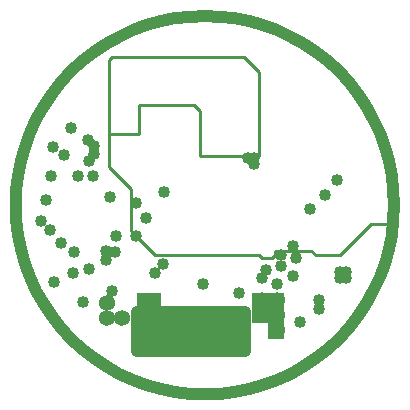
<source format=gbr>
G04 Layer_Physical_Order=2*
G04 Layer_Color=32768*
%FSLAX25Y25*%
%MOIN*%
%TF.FileFunction,Copper,L2,Inr,Plane*%
%TF.Part,Single*%
G01*
G75*
%ADD38C,0.04000*%
%ADD39C,0.01000*%
%ADD44R,0.08000X0.06000*%
%ADD45R,0.05500X0.05500*%
%ADD46R,0.10500X0.10000*%
%TA.AperFunction,ViaPad*%
%ADD47C,0.05362*%
%TA.AperFunction,ViaPad*%
%ADD48C,0.04000*%
G36*
X406000Y274000D02*
X370000D01*
Y287000D01*
X406000D01*
Y274000D01*
D02*
G37*
D38*
Y287000D01*
X370000Y274000D02*
X406000D01*
X370000D02*
Y287000D01*
X406000D01*
X392579Y385761D02*
X397525Y385567D01*
X387633D02*
X392579Y385761D01*
X382717Y384985D02*
X387633Y385567D01*
X377862Y384019D02*
X382717Y384985D01*
X373098Y382676D02*
X377862Y384019D01*
X368454Y380962D02*
X373098Y382676D01*
X363959Y378890D02*
X368454Y380962D01*
X359640Y376471D02*
X363959Y378890D01*
X355524Y373722D02*
X359640Y376471D01*
X351637Y370657D02*
X355524Y373722D01*
X348002Y367297D02*
X351637Y370657D01*
X344642Y363662D02*
X348002Y367297D01*
X341578Y359775D02*
X344642Y363662D01*
X338828Y355659D02*
X341578Y359775D01*
X336409Y351340D02*
X338828Y355659D01*
X334337Y346845D02*
X336409Y351340D01*
X332623Y342201D02*
X334337Y346845D01*
X331280Y337437D02*
X332623Y342201D01*
X330314Y332582D02*
X331280Y337437D01*
X329732Y327667D02*
X330314Y332582D01*
X329538Y322721D02*
X329732Y327667D01*
X329538Y322721D02*
X329732Y317774D01*
X330314Y312859D01*
X331280Y308004D01*
X332623Y303240D01*
X334337Y298596D01*
X336409Y294101D01*
X338828Y289782D01*
X341578Y285666D01*
X344642Y281779D01*
X348002Y278144D01*
X351637Y274784D01*
X355524Y271720D01*
X359640Y268969D01*
X363959Y266551D01*
X368454Y264478D01*
X373098Y262765D01*
X377862Y261422D01*
X382717Y260456D01*
X387633Y259874D01*
X392579Y259680D01*
X397525Y259874D01*
X402441Y260456D01*
X407295Y261422D01*
X412059Y262765D01*
X416703Y264478D01*
X421199Y266551D01*
X425517Y268969D01*
X429633Y271720D01*
X433520Y274784D01*
X437155Y278144D01*
X440515Y281779D01*
X443580Y285666D01*
X446330Y289782D01*
X448748Y294101D01*
X450821Y298596D01*
X452534Y303240D01*
X453878Y308004D01*
X454843Y312859D01*
X455425Y317774D01*
X455619Y322721D01*
X455425Y327667D02*
X455619Y322721D01*
X454843Y332582D02*
X455425Y327667D01*
X453878Y337437D02*
X454843Y332582D01*
X452534Y342201D02*
X453878Y337437D01*
X450821Y346845D02*
X452534Y342201D01*
X448748Y351340D02*
X450821Y346845D01*
X446330Y355659D02*
X448748Y351340D01*
X443580Y359775D02*
X446330Y355659D01*
X440515Y363662D02*
X443580Y359775D01*
X437155Y367297D02*
X440515Y363662D01*
X433520Y370657D02*
X437155Y367297D01*
X429633Y373722D02*
X433520Y370657D01*
X425517Y376471D02*
X429633Y373722D01*
X421199Y378890D02*
X425517Y376471D01*
X416703Y380962D02*
X421199Y378890D01*
X412059Y382676D02*
X416703Y380962D01*
X407295Y384019D02*
X412059Y382676D01*
X402441Y384985D02*
X407295Y384019D01*
X397525Y385567D02*
X402441Y384985D01*
D39*
X428000Y307500D02*
X429500Y306000D01*
X360500Y335500D02*
X368000Y328000D01*
X360500Y335500D02*
Y346500D01*
X391000Y339000D02*
Y354000D01*
X389000Y356000D02*
X391000Y354000D01*
X370500Y356000D02*
X389000D01*
X370500Y346500D02*
Y356000D01*
X360500Y346500D02*
X370500D01*
X360500D02*
Y371000D01*
X361500Y372000D01*
X405500D01*
X410500Y367000D01*
Y339000D02*
Y367000D01*
X391000Y339000D02*
X410500D01*
X454843Y312859D02*
Y316500D01*
X368000Y314000D02*
Y328000D01*
Y314000D02*
X376000Y306000D01*
X410500D01*
X411500Y305000D01*
X415000D01*
X416000Y306000D01*
X454500Y315317D02*
X455134D01*
X419500Y307500D02*
X428000D01*
X416000D02*
X419500D01*
X416000Y306000D02*
Y307500D01*
X429500Y306000D02*
X437500D01*
X448000Y316500D01*
X454843D01*
D44*
X374000Y290500D02*
D03*
D45*
X416250Y280750D02*
D03*
D46*
X413750Y288500D02*
D03*
D47*
X365000Y285000D02*
D03*
X360000Y290000D02*
D03*
Y285000D02*
D03*
X416500Y281000D02*
D03*
Y286000D02*
D03*
X411500D02*
D03*
X416500Y291000D02*
D03*
X411500D02*
D03*
D48*
X409000Y336500D02*
D03*
Y338500D02*
D03*
X407000D02*
D03*
X345500Y339500D02*
D03*
X342000Y342000D02*
D03*
X354000Y337500D02*
D03*
X352000Y290500D02*
D03*
X362500Y307000D02*
D03*
X359500Y304500D02*
D03*
X342173Y297173D02*
D03*
X369500Y312500D02*
D03*
X348500Y300000D02*
D03*
X363000Y312500D02*
D03*
X423000Y305000D02*
D03*
X422000Y299000D02*
D03*
X417827Y302500D02*
D03*
X361500Y294000D02*
D03*
X372000Y291000D02*
D03*
X341000Y314500D02*
D03*
X344500Y310000D02*
D03*
X424327Y283827D02*
D03*
X339673Y324327D02*
D03*
X379000Y327000D02*
D03*
X436500Y331000D02*
D03*
X422000Y309000D02*
D03*
X418000Y306000D02*
D03*
X427468Y321532D02*
D03*
X439500Y300500D02*
D03*
Y298500D02*
D03*
X437500Y300500D02*
D03*
Y298500D02*
D03*
X430500Y291000D02*
D03*
X373000Y318500D02*
D03*
X341173Y332500D02*
D03*
X369500Y323500D02*
D03*
X338000Y317500D02*
D03*
X350173Y332500D02*
D03*
X355327Y332500D02*
D03*
X361071Y325429D02*
D03*
X355595Y339905D02*
D03*
X355500Y342500D02*
D03*
X353500Y344500D02*
D03*
X359500Y307500D02*
D03*
X348000Y348500D02*
D03*
X349000Y307000D02*
D03*
X354000Y301500D02*
D03*
X376000Y300000D02*
D03*
X378500Y303000D02*
D03*
X391827Y296327D02*
D03*
X376000Y291000D02*
D03*
X416500Y296500D02*
D03*
X432500Y326000D02*
D03*
X430500Y288000D02*
D03*
X413000Y301000D02*
D03*
X411500Y298440D02*
D03*
X404000Y293500D02*
D03*
%TF.MD5,E84437169C589C0EB1E14042F4A41496*%
M02*

</source>
